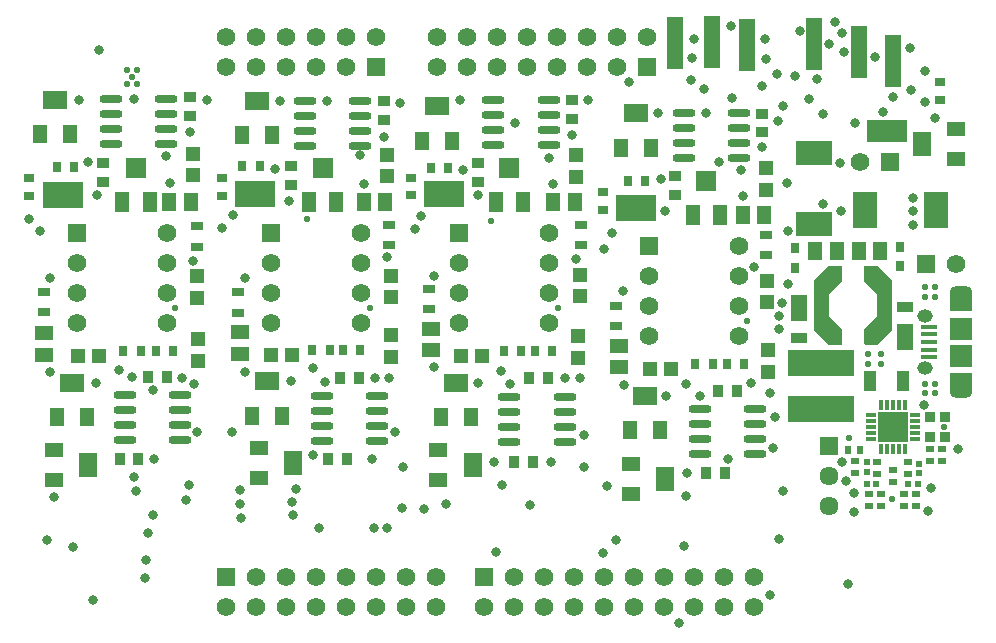
<source format=gts>
G04*
G04 #@! TF.GenerationSoftware,Altium Limited,Altium Designer,18.1.9 (240)*
G04*
G04 Layer_Color=8388736*
%FSLAX44Y44*%
%MOMM*%
G71*
G01*
G75*
%ADD10R,0.8548X0.3000*%
%ADD11R,0.3000X0.8548*%
%ADD21R,1.5494X1.2700*%
%ADD22R,1.5494X2.0066*%
%ADD35R,1.2700X1.5494*%
%ADD36R,2.0066X1.5494*%
%ADD42C,1.0160*%
%ADD45R,0.7000X0.9500*%
%ADD48R,3.4000X2.3040*%
%ADD49R,2.6000X2.6000*%
%ADD50R,0.5800X0.5800*%
%ADD51R,0.5800X0.5800*%
%ADD52R,0.7600X0.5600*%
%ADD53R,0.5600X0.7600*%
%ADD54R,0.8100X0.9100*%
%ADD55R,3.0600X2.0600*%
%ADD56R,0.9600X0.7600*%
%ADD57R,3.5100X1.9100*%
%ADD58R,2.0600X3.0600*%
%ADD59R,1.2100X1.5100*%
%ADD60O,1.9600X0.6600*%
%ADD61R,1.0600X0.9600*%
%ADD62R,1.1100X0.7100*%
%ADD63R,0.9600X1.0600*%
%ADD64R,0.7600X0.9600*%
%ADD65R,1.1600X1.1600*%
%ADD66R,1.1600X1.6600*%
%ADD67R,1.6600X1.6600*%
%ADD68R,0.7000X0.7600*%
%ADD69R,1.5100X1.2100*%
%ADD70R,1.1600X1.1600*%
%ADD71R,1.9600X1.8600*%
%ADD72R,1.4100X0.4600*%
%ADD73R,1.4600X2.2600*%
%ADD74R,1.4600X0.9600*%
%ADD75R,5.5600X2.2100*%
%ADD76R,1.4600X4.4600*%
%ADD77R,1.0100X1.7600*%
%ADD78R,1.9600X1.6350*%
%ADD79R,1.6100X1.6100*%
%ADD80C,1.6100*%
%ADD81C,1.5600*%
%ADD82R,1.5600X1.5600*%
%ADD83R,1.5600X1.5600*%
%ADD84O,1.9600X1.2600*%
%ADD85O,1.3100X1.1100*%
%ADD86C,0.8100*%
%ADD87C,0.5600*%
G36*
X698678Y314494D02*
X698735Y314477D01*
X698787Y314449D01*
X698833Y314411D01*
X698870Y314366D01*
X698898Y314313D01*
X698915Y314257D01*
X698921Y314198D01*
Y302133D01*
X698919Y302109D01*
X698917Y302086D01*
X698916Y302080D01*
X698915Y302074D01*
X698908Y302051D01*
X698902Y302029D01*
X698900Y302023D01*
X698898Y302018D01*
X698887Y301996D01*
X698876Y301975D01*
X698873Y301971D01*
X698870Y301966D01*
X698855Y301947D01*
X698841Y301928D01*
X687872Y290077D01*
Y272279D01*
X698841Y260428D01*
X698855Y260409D01*
X698870Y260390D01*
X698873Y260385D01*
X698876Y260381D01*
X698887Y260359D01*
X698898Y260338D01*
X698900Y260333D01*
X698902Y260327D01*
X698908Y260305D01*
X698915Y260282D01*
X698916Y260276D01*
X698917Y260270D01*
X698919Y260247D01*
X698921Y260223D01*
Y248158D01*
X698915Y248099D01*
X698898Y248043D01*
X698870Y247990D01*
X698833Y247945D01*
X698787Y247907D01*
X698735Y247880D01*
X698678Y247862D01*
X698620Y247857D01*
X687317D01*
X687258Y247862D01*
X687201Y247880D01*
X687149Y247907D01*
X687103Y247945D01*
X675292Y259756D01*
X675255Y259802D01*
X675227Y259854D01*
X675210Y259910D01*
X675204Y259969D01*
Y302387D01*
X675210Y302446D01*
X675227Y302502D01*
X675255Y302554D01*
X675292Y302600D01*
X687103Y314411D01*
X687149Y314449D01*
X687201Y314477D01*
X687258Y314494D01*
X687317Y314499D01*
X698620D01*
X698678Y314494D01*
D02*
G37*
G36*
X729793D02*
X729850Y314477D01*
X729902Y314449D01*
X729948Y314411D01*
X741759Y302600D01*
X741796Y302554D01*
X741824Y302502D01*
X741841Y302446D01*
X741847Y302387D01*
Y259969D01*
X741841Y259910D01*
X741824Y259854D01*
X741796Y259802D01*
X741759Y259756D01*
X729948Y247945D01*
X729902Y247907D01*
X729850Y247880D01*
X729793Y247862D01*
X729735Y247857D01*
X718432D01*
X718373Y247862D01*
X718316Y247880D01*
X718264Y247907D01*
X718218Y247945D01*
X718181Y247990D01*
X718153Y248043D01*
X718136Y248099D01*
X718130Y248158D01*
Y260223D01*
X718132Y260247D01*
X718134Y260270D01*
X718135Y260276D01*
X718136Y260282D01*
X718143Y260305D01*
X718149Y260327D01*
X718151Y260333D01*
X718153Y260338D01*
X718164Y260359D01*
X718175Y260381D01*
X718178Y260385D01*
X718181Y260390D01*
X718196Y260409D01*
X718210Y260428D01*
X729179Y272279D01*
Y290077D01*
X718210Y301928D01*
X718196Y301947D01*
X718181Y301966D01*
X718178Y301971D01*
X718175Y301975D01*
X718164Y301996D01*
X718153Y302018D01*
X718151Y302023D01*
X718149Y302029D01*
X718143Y302052D01*
X718136Y302074D01*
X718135Y302080D01*
X718134Y302086D01*
X718132Y302109D01*
X718130Y302133D01*
Y314198D01*
X718136Y314257D01*
X718153Y314313D01*
X718181Y314366D01*
X718218Y314411D01*
X718264Y314449D01*
X718316Y314477D01*
X718373Y314494D01*
X718432Y314499D01*
X729735D01*
X729793Y314494D01*
D02*
G37*
D10*
X723414Y188054D02*
D03*
Y183054D02*
D03*
Y178054D02*
D03*
Y173054D02*
D03*
Y168054D02*
D03*
X760962D02*
D03*
Y173054D02*
D03*
Y178054D02*
D03*
Y183054D02*
D03*
Y188054D02*
D03*
D11*
X732188Y159280D02*
D03*
X737188D02*
D03*
X742188D02*
D03*
X747188D02*
D03*
X752188D02*
D03*
Y196828D02*
D03*
X747188D02*
D03*
X742188D02*
D03*
X737188D02*
D03*
X732188D02*
D03*
D21*
X796050Y404876D02*
D03*
Y430276D02*
D03*
X357446Y158958D02*
D03*
Y133558D02*
D03*
X32068Y158242D02*
D03*
Y132842D02*
D03*
X205232Y160528D02*
D03*
Y135128D02*
D03*
X520748Y147146D02*
D03*
Y121746D02*
D03*
D22*
X767094Y417576D02*
D03*
X386402Y146258D02*
D03*
X61024Y145542D02*
D03*
X234188Y147828D02*
D03*
X549704Y134446D02*
D03*
D35*
X359732Y186136D02*
D03*
X385132D02*
D03*
X511870Y414608D02*
D03*
X537270D02*
D03*
X343662Y420624D02*
D03*
X369062D02*
D03*
X191072Y425450D02*
D03*
X216472D02*
D03*
X20516Y426212D02*
D03*
X45916D02*
D03*
X34608Y186182D02*
D03*
X60008D02*
D03*
X199962Y187688D02*
D03*
X225362D02*
D03*
X519822Y175362D02*
D03*
X545222D02*
D03*
D36*
X372432Y215092D02*
D03*
X524570Y443564D02*
D03*
X356362Y449580D02*
D03*
X203772Y454406D02*
D03*
X33216Y455168D02*
D03*
X47308Y215138D02*
D03*
X212662Y216644D02*
D03*
X532522Y204318D02*
D03*
D42*
X681348Y281178D02*
D03*
X735704D02*
D03*
D45*
X659130Y312806D02*
D03*
Y329306D02*
D03*
X748702Y314367D02*
D03*
Y330867D02*
D03*
D48*
X362142Y375226D02*
D03*
X202244Y375046D02*
D03*
X39304Y374237D02*
D03*
X524736Y363739D02*
D03*
D49*
X742188Y178054D02*
D03*
D50*
X728094Y130050D02*
D03*
X720094D02*
D03*
X755450Y130048D02*
D03*
X763450D02*
D03*
D51*
X720030Y148020D02*
D03*
Y140020D02*
D03*
X764530Y146748D02*
D03*
Y138748D02*
D03*
D52*
X710438Y149526D02*
D03*
Y139526D02*
D03*
X729174Y148258D02*
D03*
Y138258D02*
D03*
X742188Y131298D02*
D03*
Y141298D02*
D03*
X773775Y149432D02*
D03*
Y159432D02*
D03*
X783935Y149432D02*
D03*
Y159432D02*
D03*
X755386Y148256D02*
D03*
Y138256D02*
D03*
X761989Y121531D02*
D03*
Y111531D02*
D03*
X751829Y121587D02*
D03*
Y111587D02*
D03*
X732526Y121412D02*
D03*
Y111412D02*
D03*
X722366Y121332D02*
D03*
Y111332D02*
D03*
D53*
X714676Y158958D02*
D03*
X704676D02*
D03*
X366082Y368224D02*
D03*
Y382224D02*
D03*
X358082Y382224D02*
D03*
Y368224D02*
D03*
X206184Y368046D02*
D03*
Y382046D02*
D03*
X198184Y382046D02*
D03*
Y368046D02*
D03*
X35244Y367238D02*
D03*
Y381238D02*
D03*
X43244Y381238D02*
D03*
Y367238D02*
D03*
X528676Y356740D02*
D03*
Y370740D02*
D03*
X520676Y370740D02*
D03*
Y356740D02*
D03*
D54*
X786274Y169418D02*
D03*
X773774D02*
D03*
X786274Y186436D02*
D03*
X773774D02*
D03*
D55*
X675132Y409788D02*
D03*
Y349788D02*
D03*
D56*
X782335Y469875D02*
D03*
Y454875D02*
D03*
X334264Y374262D02*
D03*
Y389262D02*
D03*
X173990Y373500D02*
D03*
Y388500D02*
D03*
X497180Y362172D02*
D03*
Y377172D02*
D03*
X11176Y388500D02*
D03*
Y373500D02*
D03*
D57*
X737630Y428526D02*
D03*
D58*
X718792Y361950D02*
D03*
X778792D02*
D03*
D59*
X731376Y326898D02*
D03*
X713376D02*
D03*
X676686Y326898D02*
D03*
X694686D02*
D03*
X614994Y357204D02*
D03*
X632994D02*
D03*
X454872Y368276D02*
D03*
X472872D02*
D03*
X294594Y368786D02*
D03*
X312594D02*
D03*
X147749Y368739D02*
D03*
X129749D02*
D03*
D60*
X565396Y443818D02*
D03*
Y431118D02*
D03*
Y418418D02*
D03*
Y405718D02*
D03*
X612396Y443818D02*
D03*
Y431118D02*
D03*
Y418418D02*
D03*
Y405718D02*
D03*
X417512Y203408D02*
D03*
Y190708D02*
D03*
Y178008D02*
D03*
Y165308D02*
D03*
X464512Y203408D02*
D03*
Y190708D02*
D03*
Y178008D02*
D03*
Y165308D02*
D03*
X404122Y454868D02*
D03*
Y442168D02*
D03*
Y429468D02*
D03*
Y416768D02*
D03*
X451122Y454868D02*
D03*
Y442168D02*
D03*
Y429468D02*
D03*
Y416768D02*
D03*
X244280Y454406D02*
D03*
Y441706D02*
D03*
Y429006D02*
D03*
Y416306D02*
D03*
X291280Y454406D02*
D03*
Y441706D02*
D03*
Y429006D02*
D03*
Y416306D02*
D03*
X91748Y205012D02*
D03*
Y192312D02*
D03*
Y179612D02*
D03*
Y166912D02*
D03*
X138748Y205012D02*
D03*
Y192312D02*
D03*
Y179612D02*
D03*
Y166912D02*
D03*
X126942Y417610D02*
D03*
Y430310D02*
D03*
Y443010D02*
D03*
Y455710D02*
D03*
X79942Y417610D02*
D03*
Y430310D02*
D03*
Y443010D02*
D03*
Y455710D02*
D03*
X578840Y192888D02*
D03*
Y180188D02*
D03*
Y167488D02*
D03*
Y154788D02*
D03*
X625840Y192888D02*
D03*
Y180188D02*
D03*
Y167488D02*
D03*
Y154788D02*
D03*
X258504Y204470D02*
D03*
Y191770D02*
D03*
Y179070D02*
D03*
Y166370D02*
D03*
X305504Y204470D02*
D03*
Y191770D02*
D03*
Y179070D02*
D03*
Y166370D02*
D03*
D61*
X631568Y427414D02*
D03*
Y443414D02*
D03*
X557700Y390604D02*
D03*
Y374604D02*
D03*
X391228Y401908D02*
D03*
Y385908D02*
D03*
X311214Y438278D02*
D03*
Y454278D02*
D03*
X232283Y399042D02*
D03*
Y383042D02*
D03*
X73216Y385654D02*
D03*
Y401654D02*
D03*
X147384Y457106D02*
D03*
Y441106D02*
D03*
X470548Y438740D02*
D03*
Y454740D02*
D03*
D62*
X634681Y340917D02*
D03*
Y323917D02*
D03*
X349609Y295318D02*
D03*
Y278318D02*
D03*
X478028Y349011D02*
D03*
Y332011D02*
D03*
X315896Y349368D02*
D03*
Y332368D02*
D03*
X187526Y291964D02*
D03*
Y274964D02*
D03*
X153416Y330844D02*
D03*
Y347844D02*
D03*
X508254Y280661D02*
D03*
Y263661D02*
D03*
X23247Y275472D02*
D03*
Y292472D02*
D03*
D63*
X599922Y138786D02*
D03*
X583922D02*
D03*
X609896Y208787D02*
D03*
X593896D02*
D03*
X437144Y148258D02*
D03*
X421144D02*
D03*
X450536Y219156D02*
D03*
X434536D02*
D03*
X279780Y150622D02*
D03*
X263780D02*
D03*
X290004Y219710D02*
D03*
X274004D02*
D03*
X111292Y220808D02*
D03*
X127292D02*
D03*
X87504Y150876D02*
D03*
X103504D02*
D03*
D64*
X616202Y231728D02*
D03*
X602202D02*
D03*
X575092Y231750D02*
D03*
X590092D02*
D03*
X350894Y397764D02*
D03*
X365894D02*
D03*
X517702Y386690D02*
D03*
X532702D02*
D03*
X453600Y242524D02*
D03*
X439600D02*
D03*
X412684Y242680D02*
D03*
X427684D02*
D03*
X250374Y243586D02*
D03*
X265374D02*
D03*
X290782Y243586D02*
D03*
X276782D02*
D03*
X191128Y399042D02*
D03*
X206128D02*
D03*
X118794Y242524D02*
D03*
X132794D02*
D03*
X105608Y242778D02*
D03*
X90608D02*
D03*
X49156Y398272D02*
D03*
X34156D02*
D03*
D65*
X636168Y225038D02*
D03*
Y243038D02*
D03*
X636045Y283608D02*
D03*
Y301608D02*
D03*
X634598Y396960D02*
D03*
Y378960D02*
D03*
X475996Y236872D02*
D03*
Y254872D02*
D03*
X477520Y288942D02*
D03*
Y306942D02*
D03*
X317754Y237706D02*
D03*
Y255706D02*
D03*
X316992Y288078D02*
D03*
Y306078D02*
D03*
X313754Y408542D02*
D03*
Y390542D02*
D03*
X152908Y305587D02*
D03*
Y287587D02*
D03*
X153904Y252332D02*
D03*
Y234332D02*
D03*
X149416Y391258D02*
D03*
Y409258D02*
D03*
X473778Y407988D02*
D03*
Y389988D02*
D03*
D66*
X572870Y357204D02*
D03*
X595870D02*
D03*
X406144Y368486D02*
D03*
X429144D02*
D03*
X248156Y368532D02*
D03*
X271156D02*
D03*
X112911Y368739D02*
D03*
X89911D02*
D03*
D67*
X584370Y386204D02*
D03*
X417644Y397486D02*
D03*
X259656Y397532D02*
D03*
X101411Y397739D02*
D03*
D68*
X374782Y382224D02*
D03*
Y368224D02*
D03*
X349382D02*
D03*
Y382224D02*
D03*
X214884Y382046D02*
D03*
Y368046D02*
D03*
X189484D02*
D03*
Y382046D02*
D03*
X26544Y381238D02*
D03*
Y367238D02*
D03*
X51944D02*
D03*
Y381238D02*
D03*
X537376Y370740D02*
D03*
Y356740D02*
D03*
X511976D02*
D03*
Y370740D02*
D03*
D69*
X510286Y246998D02*
D03*
Y228998D02*
D03*
X351282Y261036D02*
D03*
Y243036D02*
D03*
X189230Y258174D02*
D03*
Y240174D02*
D03*
X23622Y239412D02*
D03*
Y257412D02*
D03*
D70*
X376640Y238206D02*
D03*
X394640D02*
D03*
X215854Y239014D02*
D03*
X233854D02*
D03*
X70278Y238252D02*
D03*
X52278D02*
D03*
X536508Y227432D02*
D03*
X554508D02*
D03*
D71*
X799606Y261436D02*
D03*
Y238436D02*
D03*
D72*
X772856Y236936D02*
D03*
Y243436D02*
D03*
Y262936D02*
D03*
Y249936D02*
D03*
Y256436D02*
D03*
D73*
X752188Y254406D02*
D03*
X663194Y278740D02*
D03*
D74*
X752188Y279906D02*
D03*
X663194Y253240D02*
D03*
D75*
X681736Y231848D02*
D03*
Y193348D02*
D03*
D76*
X618994Y501650D02*
D03*
X589534Y504190D02*
D03*
X675894Y502666D02*
D03*
X557672Y503320D02*
D03*
X713232Y495300D02*
D03*
X742703Y487934D02*
D03*
D77*
X722506Y217234D02*
D03*
X750506D02*
D03*
D78*
X799606Y216061D02*
D03*
X799606Y283811D02*
D03*
D79*
X687832Y162052D02*
D03*
D80*
Y136652D02*
D03*
Y111252D02*
D03*
D81*
X714262Y402590D02*
D03*
X451536Y265892D02*
D03*
Y291292D02*
D03*
Y316692D02*
D03*
Y342092D02*
D03*
X375336Y265892D02*
D03*
Y291292D02*
D03*
Y316692D02*
D03*
X127572Y266192D02*
D03*
Y291592D02*
D03*
Y316992D02*
D03*
Y342392D02*
D03*
X51372Y266192D02*
D03*
Y291592D02*
D03*
Y316992D02*
D03*
X291910Y266192D02*
D03*
Y291592D02*
D03*
Y316992D02*
D03*
Y342392D02*
D03*
X215710Y266192D02*
D03*
Y291592D02*
D03*
Y316992D02*
D03*
X795782Y316484D02*
D03*
X611802Y254864D02*
D03*
Y280264D02*
D03*
Y305664D02*
D03*
Y331064D02*
D03*
X535602Y254864D02*
D03*
Y280264D02*
D03*
Y305664D02*
D03*
X624586Y25354D02*
D03*
Y50754D02*
D03*
X599186Y25354D02*
D03*
Y50754D02*
D03*
X573786Y25354D02*
D03*
Y50754D02*
D03*
X548386Y25354D02*
D03*
Y50754D02*
D03*
X522986Y25354D02*
D03*
Y50754D02*
D03*
X497586Y25354D02*
D03*
Y50754D02*
D03*
X472186Y25354D02*
D03*
Y50754D02*
D03*
X446786Y25354D02*
D03*
Y50754D02*
D03*
X421386Y25354D02*
D03*
Y50754D02*
D03*
X395986Y25354D02*
D03*
X534416Y508462D02*
D03*
X509016Y483062D02*
D03*
Y508462D02*
D03*
X483616Y483062D02*
D03*
Y508462D02*
D03*
X458216Y483062D02*
D03*
Y508462D02*
D03*
X432816Y483062D02*
D03*
Y508462D02*
D03*
X407416Y483062D02*
D03*
Y508462D02*
D03*
X382016Y483062D02*
D03*
Y508462D02*
D03*
X356616Y483062D02*
D03*
Y508462D02*
D03*
X178054D02*
D03*
Y483062D02*
D03*
X203454Y508462D02*
D03*
Y483062D02*
D03*
X228854Y508462D02*
D03*
Y483062D02*
D03*
X254254Y508462D02*
D03*
Y483062D02*
D03*
X279654Y508462D02*
D03*
Y483062D02*
D03*
X305054Y508462D02*
D03*
X178054Y25354D02*
D03*
X203454Y50754D02*
D03*
Y25354D02*
D03*
X228854Y50754D02*
D03*
Y25354D02*
D03*
X254254Y50754D02*
D03*
Y25354D02*
D03*
X279654Y50754D02*
D03*
Y25354D02*
D03*
X305054Y50754D02*
D03*
Y25354D02*
D03*
X330454Y50754D02*
D03*
Y25354D02*
D03*
X355854Y50754D02*
D03*
Y25354D02*
D03*
D82*
X739662Y402590D02*
D03*
X770382Y316484D02*
D03*
D83*
X375336Y342092D02*
D03*
X51372Y342392D02*
D03*
X215710D02*
D03*
X535602Y331064D02*
D03*
X395986Y50754D02*
D03*
X534416Y483062D02*
D03*
X305054D02*
D03*
X178054Y50754D02*
D03*
D84*
X799606Y208186D02*
D03*
Y291686D02*
D03*
D85*
X769606Y272186D02*
D03*
Y227686D02*
D03*
D86*
X653796Y299466D02*
D03*
X513758Y293032D02*
D03*
X653565Y343584D02*
D03*
X757682Y463550D02*
D03*
X742696Y457708D02*
D03*
X699008Y511668D02*
D03*
X734060Y444500D02*
D03*
X693095Y520954D02*
D03*
X701040Y495310D02*
D03*
X756666Y498602D02*
D03*
X688086Y502158D02*
D03*
X727202Y491490D02*
D03*
X697632Y401574D02*
D03*
X703850Y45212D02*
D03*
X70104Y497586D02*
D03*
X519176Y470362D02*
D03*
X663702Y513588D02*
D03*
X219456Y396240D02*
D03*
X574237Y506476D02*
D03*
X709676Y106426D02*
D03*
Y122345D02*
D03*
X774192Y126238D02*
D03*
X231086Y369783D02*
D03*
X474297Y320040D02*
D03*
X183388Y357486D02*
D03*
X65278Y31242D02*
D03*
X698754Y361188D02*
D03*
X683006Y367030D02*
D03*
X652632Y384556D02*
D03*
X363982Y112776D02*
D03*
X435102Y112224D02*
D03*
X768604Y196342D02*
D03*
X772160Y106934D02*
D03*
X702782Y132489D02*
D03*
X797559Y159432D02*
D03*
X115570Y209042D02*
D03*
X594724Y402052D02*
D03*
X545694Y387706D02*
D03*
X624332Y313182D02*
D03*
X646176Y83058D02*
D03*
X638556Y35560D02*
D03*
X508254Y82296D02*
D03*
X480822Y144018D02*
D03*
X499872Y128270D02*
D03*
X648208Y282702D02*
D03*
X646176Y261436D02*
D03*
X645668Y272288D02*
D03*
X549148Y360934D02*
D03*
X314198Y92964D02*
D03*
X302768D02*
D03*
X345186Y108458D02*
D03*
X327914Y144018D02*
D03*
X404954Y148258D02*
D03*
X411480Y128778D02*
D03*
X326390Y109728D02*
D03*
X256286Y92456D02*
D03*
X301244Y151130D02*
D03*
X251714Y154686D02*
D03*
X234442Y103632D02*
D03*
X233854Y114554D02*
D03*
X112014Y88646D02*
D03*
X115570Y103886D02*
D03*
X496570Y71374D02*
D03*
X561594Y12192D02*
D03*
X699262Y148082D02*
D03*
X189980Y101148D02*
D03*
X189902Y124976D02*
D03*
Y113284D02*
D03*
X25908Y82042D02*
D03*
X32258Y119126D02*
D03*
X638048Y206756D02*
D03*
X642366Y186690D02*
D03*
X659638Y474980D02*
D03*
X645414Y437134D02*
D03*
X649224Y450088D02*
D03*
X582676Y464644D02*
D03*
X621894Y215392D02*
D03*
X498094Y328422D02*
D03*
X504038Y342392D02*
D03*
X634760Y489358D02*
D03*
X759460Y349250D02*
D03*
Y360680D02*
D03*
X759206Y371856D02*
D03*
X101600Y123698D02*
D03*
X236982Y125730D02*
D03*
X47984Y76294D02*
D03*
X99822Y135628D02*
D03*
X182741Y174125D02*
D03*
X146038Y128786D02*
D03*
X143906Y116494D02*
D03*
X109728Y65786D02*
D03*
X109292Y50220D02*
D03*
X422622Y435818D02*
D03*
X567531Y139007D02*
D03*
X572008Y490220D02*
D03*
X634086Y506984D02*
D03*
X769380Y453418D02*
D03*
X602340Y150622D02*
D03*
X640944Y160376D02*
D03*
X778346Y439953D02*
D03*
X769634Y479580D02*
D03*
X232265Y216644D02*
D03*
X194120Y224563D02*
D03*
X315242Y219710D02*
D03*
X303530D02*
D03*
X261366Y216154D02*
D03*
X321056Y173482D02*
D03*
X644032Y477158D02*
D03*
X631078Y466998D02*
D03*
X709818Y435502D02*
D03*
X605932Y456838D02*
D03*
X571642Y472078D02*
D03*
X604916Y517471D02*
D03*
X342900Y357053D02*
D03*
X678256Y472374D02*
D03*
X671210Y455676D02*
D03*
X682894Y442722D02*
D03*
X11176Y353822D02*
D03*
X20516Y343916D02*
D03*
X338074Y345948D02*
D03*
X173990Y346456D02*
D03*
X480822Y170942D02*
D03*
X614994Y373440D02*
D03*
X614020Y395580D02*
D03*
X567284Y214224D02*
D03*
X514452Y213235D02*
D03*
X550284Y204318D02*
D03*
X578714Y204064D02*
D03*
X391228Y374418D02*
D03*
X631568Y414780D02*
D03*
X583816Y443818D02*
D03*
X542986Y443564D02*
D03*
X375966Y454868D02*
D03*
X452550Y148258D02*
D03*
X477774Y219710D02*
D03*
X464358Y219156D02*
D03*
X418338Y214122D02*
D03*
X410718Y225552D02*
D03*
X391368Y215092D02*
D03*
X354144Y228668D02*
D03*
X353382Y305748D02*
D03*
X454872Y383498D02*
D03*
X484298Y454740D02*
D03*
X451122Y406164D02*
D03*
X470548Y425082D02*
D03*
X378206Y395986D02*
D03*
X313754Y322008D02*
D03*
X291280Y407982D02*
D03*
X223371Y454406D02*
D03*
X262890D02*
D03*
X324866Y452628D02*
D03*
X311404Y423672D02*
D03*
X294594Y384002D02*
D03*
X406654Y72136D02*
D03*
X149606Y319024D02*
D03*
X129914Y385064D02*
D03*
X565404Y77216D02*
D03*
X649096Y124080D02*
D03*
X567182Y119888D02*
D03*
X116840Y150876D02*
D03*
X67264Y215138D02*
D03*
X29020Y224726D02*
D03*
X153416Y173736D02*
D03*
X150876Y214122D02*
D03*
X140462Y219202D02*
D03*
X53086Y455168D02*
D03*
X60960Y402082D02*
D03*
X99348Y455710D02*
D03*
X126942Y407416D02*
D03*
X147384Y427482D02*
D03*
X161290Y454742D02*
D03*
X28766Y304038D02*
D03*
X193358Y304356D02*
D03*
X251206Y227706D02*
D03*
X97854Y220096D02*
D03*
X87440Y226014D02*
D03*
X68390Y374350D02*
D03*
D87*
X97916Y474218D02*
D03*
X93416Y480218D02*
D03*
Y468218D02*
D03*
X102416D02*
D03*
Y480218D02*
D03*
X704850Y168656D02*
D03*
X741934Y116840D02*
D03*
X245872Y354335D02*
D03*
X402082Y352806D02*
D03*
X618744Y267440D02*
D03*
X459002Y278474D02*
D03*
X299410Y279146D02*
D03*
X134112Y278474D02*
D03*
X777748Y206756D02*
D03*
Y214884D02*
D03*
X778002Y296418D02*
D03*
Y288290D02*
D03*
X785622Y178054D02*
D03*
X769874Y296308D02*
D03*
Y288290D02*
D03*
X769620Y206756D02*
D03*
Y214774D02*
D03*
X742141Y186309D02*
D03*
X742188Y178054D02*
D03*
X721266Y231394D02*
D03*
X732188D02*
D03*
Y240030D02*
D03*
X721266Y239920D02*
D03*
X733552Y169799D02*
D03*
Y178054D02*
D03*
Y186436D02*
D03*
X750570Y169799D02*
D03*
Y178008D02*
D03*
Y186309D02*
D03*
X742188Y169799D02*
D03*
M02*

</source>
